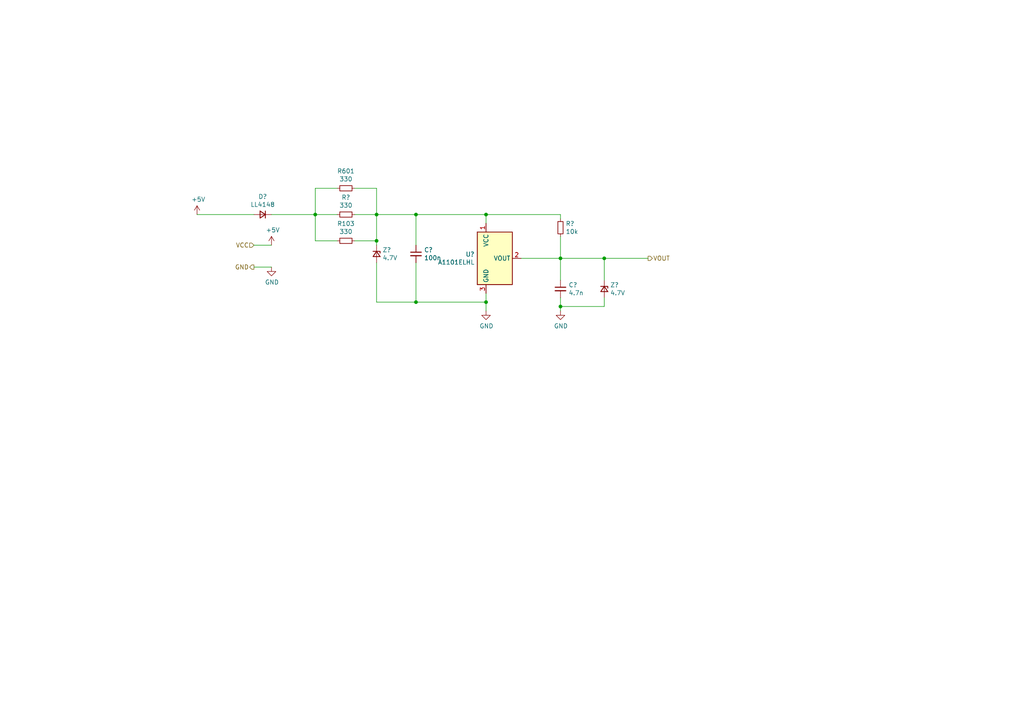
<source format=kicad_sch>
(kicad_sch (version 20231120) (generator "eeschema") (generator_version "8.0")
  (paper "A4")
  (lib_symbols
    (symbol "Device:C_Small" (pin_numbers hide) (pin_names (offset 0.254) hide)
      (property "Reference" "C" (at 0.254 1.778 0))
      (property "Value" "C_Small" (at 0.254 -2.032 0))
      (symbol "C_Small_0_1"
        (polyline (pts (xy -1.524 -0.508) (xy 1.524 -0.508)) (stroke (width 0.3302)))
        (polyline (pts (xy -1.524 0.508) (xy 1.524 0.508)) (stroke (width 0.3048)))
      )
      (symbol "C_Small_1_1"
        (pin passive line (at 0 2.54 270) (length 2.032) (name "~") (number "1"))
        (pin passive line (at 0 -2.54 90) (length 2.032) (name "~") (number "2"))
      )
    )
    (symbol "Device:D_Small" (pin_numbers hide) (pin_names (offset 0.254) hide)
      (property "Reference" "D" (at -1.27 2.032 0))
      (property "Value" "D_Small" (at -3.81 -2.032 0))
      (symbol "D_Small_0_1"
        (polyline (pts (xy -0.762 -1.016) (xy -0.762 1.016)) (stroke (width 0.254)))
        (polyline (pts (xy -0.762 0) (xy 0.762 0)))
        (polyline (pts (xy 0.762 -1.016) (xy -0.762 0) (xy 0.762 1.016) (xy 0.762 -1.016)) (stroke (width 0.254)))
      )
      (symbol "D_Small_1_1"
        (pin passive line (at -2.54 0 0) (length 1.778) (name "K") (number "1"))
        (pin passive line (at 2.54 0 180) (length 1.778) (name "A") (number "2"))
      )
    )
    (symbol "Device:D_Zener_Small" (pin_numbers hide) (pin_names (offset 0.254) hide)
      (property "Reference" "D" (at 0 2.286 0))
      (property "Value" "D_Zener_Small" (at 0 -2.286 0))
      (symbol "D_Zener_Small_0_1"
        (polyline (pts (xy 0.762 0) (xy -0.762 0)))
        (polyline (pts (xy -0.254 1.016) (xy -0.762 1.016) (xy -0.762 -1.016)) (stroke (width 0.254)))
        (polyline (pts (xy 0.762 1.016) (xy -0.762 0) (xy 0.762 -1.016) (xy 0.762 1.016)) (stroke (width 0.254)))
      )
      (symbol "D_Zener_Small_1_1"
        (pin passive line (at -2.54 0 0) (length 1.778) (name "K") (number "1"))
        (pin passive line (at 2.54 0 180) (length 1.778) (name "A") (number "2"))
      )
    )
    (symbol "Device:R_Small" (pin_numbers hide) (pin_names (offset 0.254) hide)
      (property "Reference" "R" (at 0.762 0.508 0))
      (property "Value" "R_Small" (at 0.762 -1.016 0))
      (symbol "R_Small_0_1"
        (rectangle (start -0.762 1.778) (end 0.762 -1.778) (stroke (width 0.2032)))
      )
      (symbol "R_Small_1_1"
        (pin passive line (at 0 2.54 270) (length 0.762) (name "~") (number "1"))
        (pin passive line (at 0 -2.54 90) (length 0.762) (name "~") (number "2"))
      )
    )
    (symbol "Sensor_Magnetic:A1101ELHL"
      (property "Reference" "U" (at 0 11.43 0))
      (property "Value" "A1101ELHL" (at 0 8.89 0))
      (symbol "A1101ELHL_0_1"
        (rectangle (start -5.08 7.62) (end 5.08 -7.62) (stroke (width 0.254)) (fill (type background)))
      )
      (symbol "A1101ELHL_1_1"
        (pin power_in line (at -2.54 10.16 270) (length 2.54) (name "VCC") (number "1"))
        (pin open_collector line (at 7.62 0 180) (length 2.54) (name "VOUT") (number "2"))
        (pin power_in line (at -2.54 -10.16 90) (length 2.54) (name "GND") (number "3"))
      )
    )
    (symbol "basicsensormodule-rescue:+5V-power" (power) (pin_names (offset 0))
      (property "Value" "power_+5V" (at 0 3.556 0))
      (symbol "+5V-power_0_1"
        (polyline (pts (xy -0.762 1.27) (xy 0 2.54)))
        (polyline (pts (xy 0 0) (xy 0 2.54)))
        (polyline (pts (xy 0 2.54) (xy 0.762 1.27)))
      )
      (symbol "+5V-power_1_1"
        (pin power_in line (at 0 0 90) (length 0) hide (name "+5V") (number "1"))
      )
    )
    (symbol "basicsensormodule-rescue:GND-power" (power) (pin_names (offset 0))
      (property "Value" "power_GND" (at 0 -3.81 0))
      (symbol "GND-power_0_1"
        (polyline (pts (xy 0 0) (xy 0 -1.27) (xy 1.27 -1.27) (xy 0 -2.54) (xy -1.27 -1.27) (xy 0 -1.27)))
      )
      (symbol "GND-power_1_1"
        (pin power_in line (at 0 0 270) (length 0) hide (name "GND") (number "1"))
      )
    )
  )
  (junction (at 120.65 62.23))
  (junction (at 91.44 62.23))
  (junction (at 175.26 74.93))
  (junction (at 109.22 69.85))
  (junction (at 140.97 62.23))
  (junction (at 120.65 87.63))
  (junction (at 162.56 74.93))
  (junction (at 109.22 62.23))
  (junction (at 162.56 88.9))
  (junction (at 140.97 87.63))
  (wire (pts (xy 120.65 62.23) (xy 140.97 62.23)))
  (wire (pts (xy 102.87 69.85) (xy 109.22 69.85)))
  (wire (pts (xy 140.97 90.17) (xy 140.97 87.63)))
  (wire (pts (xy 109.22 69.85) (xy 109.22 62.23)))
  (wire (pts (xy 91.44 69.85) (xy 91.44 62.23)))
  (wire (pts (xy 175.26 88.9) (xy 162.56 88.9)))
  (wire (pts (xy 162.56 88.9) (xy 162.56 86.36)))
  (wire (pts (xy 175.26 74.93) (xy 187.96 74.93)))
  (wire (pts (xy 162.56 81.28) (xy 162.56 74.93)))
  (wire (pts (xy 162.56 74.93) (xy 175.26 74.93)))
  (wire (pts (xy 109.22 71.12) (xy 109.22 69.85)))
  (wire (pts (xy 120.65 76.2) (xy 120.65 87.63)))
  (wire (pts (xy 175.26 81.28) (xy 175.26 74.93)))
  (wire (pts (xy 109.22 62.23) (xy 109.22 54.61)))
  (wire (pts (xy 102.87 62.23) (xy 109.22 62.23)))
  (wire (pts (xy 78.74 62.23) (xy 91.44 62.23)))
  (wire (pts (xy 140.97 64.77) (xy 140.97 62.23)))
  (wire (pts (xy 151.13 74.93) (xy 162.56 74.93)))
  (wire (pts (xy 73.66 71.12) (xy 78.74 71.12)))
  (wire (pts (xy 73.66 77.47) (xy 78.74 77.47)))
  (wire (pts (xy 162.56 74.93) (xy 162.56 68.58)))
  (wire (pts (xy 91.44 54.61) (xy 91.44 62.23)))
  (wire (pts (xy 109.22 54.61) (xy 102.87 54.61)))
  (wire (pts (xy 175.26 86.36) (xy 175.26 88.9)))
  (wire (pts (xy 109.22 62.23) (xy 120.65 62.23)))
  (wire (pts (xy 97.79 69.85) (xy 91.44 69.85)))
  (wire (pts (xy 97.79 54.61) (xy 91.44 54.61)))
  (wire (pts (xy 73.66 62.23) (xy 57.15 62.23)))
  (wire (pts (xy 120.65 71.12) (xy 120.65 62.23)))
  (wire (pts (xy 162.56 90.17) (xy 162.56 88.9)))
  (wire (pts (xy 91.44 62.23) (xy 97.79 62.23)))
  (wire (pts (xy 162.56 62.23) (xy 162.56 63.5)))
  (wire (pts (xy 109.22 87.63) (xy 109.22 76.2)))
  (wire (pts (xy 140.97 87.63) (xy 140.97 85.09)))
  (wire (pts (xy 140.97 62.23) (xy 162.56 62.23)))
  (wire (pts (xy 140.97 87.63) (xy 120.65 87.63)))
  (wire (pts (xy 120.65 87.63) (xy 109.22 87.63)))
  (hierarchical_label "VOUT" (shape output) (at 187.96 74.93 0))
  (hierarchical_label "GND" (shape output) (at 73.66 77.47 180))
  (hierarchical_label "VCC" (shape input) (at 73.66 71.12 180))
  (symbol (lib_id "Sensor_Magnetic:A1101ELHL") (at 143.51 74.93 0) (unit 1)
    (property "Reference" "U?" (at 137.668 73.7616 0) (effects (justify right)))
    (property "Value" "A1101ELHL" (at 137.668 76.073 0) (effects (justify right)))
    (property "Footprint" "Package_TO_SOT_SMD:SOT-23" (effects (hide yes)))
    (property "Datasheet" "http://www.allegromicro.com/en/Products/Part_Numbers/1101/1101.pdf" (effects (hide yes)))
    (instances (project "" (path "" (reference "U?") (unit 1)) (path "" (reference "U301") (unit 1))))
  )
  (symbol (lib_id "Device:R_Small") (at 100.33 62.23 270) (unit 1)
    (property "Reference" "R?" (at 100.33 57.2516 90))
    (property "Value" "330" (at 100.33 59.563 90))
    (property "Footprint" "Resistor_SMD:R_0805_2012Metric_Pad1.15x1.40mm_HandSolder" (effects (hide yes)))
    (instances (project "" (path "" (reference "R?") (unit 1)) (path "" (reference "R101") (unit 1))))
  )
  (symbol (lib_id "Device:D_Zener_Small") (at 109.22 73.66 270) (unit 1)
    (property "Reference" "Z?" (at 110.9472 72.4916 90) (effects (justify left)))
    (property "Value" "4.7V" (at 110.9472 74.803 90) (effects (justify left)))
    (property "Footprint" "Diode_SMD:D_MiniMELF_Handsoldering" (effects (hide yes)))
    (instances (project "" (path "" (reference "Z?") (unit 1)) (path "" (reference "Z101") (unit 1))))
  )
  (symbol (lib_id "Device:C_Small") (at 120.65 73.66 0) (unit 1)
    (property "Reference" "C?" (at 122.9868 72.4916 0) (effects (justify left)))
    (property "Value" "100n" (at 122.9868 74.803 0) (effects (justify left)))
    (property "Footprint" "Capacitor_SMD:C_0805_2012Metric_Pad1.15x1.40mm_HandSolder" (effects (hide yes)))
    (instances (project "" (path "" (reference "C?") (unit 1)) (path "" (reference "C101") (unit 1))))
  )
  (symbol (lib_id "Device:R_Small") (at 162.56 66.04 0) (unit 1)
    (property "Reference" "R?" (at 164.0586 64.8716 0) (effects (justify left)))
    (property "Value" "10k" (at 164.0586 67.183 0) (effects (justify left)))
    (property "Footprint" "Resistor_SMD:R_0805_2012Metric_Pad1.15x1.40mm_HandSolder" (effects (hide yes)))
    (instances (project "" (path "" (reference "R?") (unit 1)) (path "" (reference "R102") (unit 1))))
  )
  (symbol (lib_id "Device:D_Small") (at 76.2 62.23 180) (unit 1)
    (property "Reference" "D?" (at 76.2 57.023 0))
    (property "Value" "LL4148" (at 76.2 59.3344 0))
    (property "Footprint" "Diode_SMD:D_MiniMELF_Handsoldering" (effects (hide yes)))
    (instances (project "" (path "" (reference "D?") (unit 1)) (path "" (reference "D101") (unit 1))))
  )
  (symbol (lib_id "basicsensormodule-rescue:GND-power") (at 162.56 90.17 0) (unit 1)
    (property "Reference" "#PWR?" (effects (hide yes)))
    (property "Value" "GND" (at 162.687 94.5642 0))
    (instances (project "" (path "" (reference "#PWR?") (unit 1)) (path "" (reference "#PWR0110") (unit 1))))
  )
  (symbol (lib_id "basicsensormodule-rescue:GND-power") (at 140.97 90.17 0) (unit 1)
    (property "Reference" "#PWR?" (effects (hide yes)))
    (property "Value" "GND" (at 141.097 94.5642 0))
    (instances (project "" (path "" (reference "#PWR?") (unit 1)) (path "" (reference "#PWR0111") (unit 1))))
  )
  (symbol (lib_id "basicsensormodule-rescue:+5V-power") (at 57.15 62.23 0) (unit 1)
    (property "Reference" "#PWR?" (effects (hide yes)))
    (property "Value" "+5V" (at 57.531 57.8358 0))
    (instances (project "" (path "" (reference "#PWR?") (unit 1)) (path "" (reference "#PWR0112") (unit 1))))
  )
  (symbol (lib_id "Device:C_Small") (at 162.56 83.82 0) (unit 1)
    (property "Reference" "C?" (at 164.8968 82.6516 0) (effects (justify left)))
    (property "Value" "4.7n" (at 164.8968 84.963 0) (effects (justify left)))
    (property "Footprint" "Capacitor_SMD:C_0805_2012Metric_Pad1.15x1.40mm_HandSolder" (effects (hide yes)))
    (instances (project "" (path "" (reference "C?") (unit 1)) (path "" (reference "C1") (unit 1))))
  )
  (symbol (lib_id "basicsensormodule-rescue:+5V-power") (at 78.74 71.12 0) (unit 1)
    (property "Reference" "#PWR?" (effects (hide yes)))
    (property "Value" "+5V" (at 79.121 66.7258 0))
    (instances (project "" (path "" (reference "#PWR?") (unit 1)) (path "" (reference "#PWR0113") (unit 1))))
  )
  (symbol (lib_id "basicsensormodule-rescue:GND-power") (at 78.74 77.47 0) (unit 1)
    (property "Reference" "#PWR?" (effects (hide yes)))
    (property "Value" "GND" (at 78.867 81.8642 0))
    (instances (project "" (path "" (reference "#PWR?") (unit 1)) (path "" (reference "#PWR0114") (unit 1))))
  )
  (symbol (lib_id "Device:D_Zener_Small") (at 175.26 83.82 270) (unit 1)
    (property "Reference" "Z?" (at 176.9872 82.6516 90) (effects (justify left)))
    (property "Value" "4.7V" (at 176.9872 84.963 90) (effects (justify left)))
    (property "Footprint" "Diode_SMD:D_MiniMELF_Handsoldering" (effects (hide yes)))
    (instances (project "" (path "" (reference "Z?") (unit 1)) (path "" (reference "Z102") (unit 1))))
  )
  (symbol (lib_id "Device:R_Small") (at 100.33 54.61 270) (unit 1)
    (property "Reference" "R601" (at 100.33 49.6316 90))
    (property "Value" "330" (at 100.33 51.943 90))
    (property "Footprint" "Resistor_SMD:R_0805_2012Metric_Pad1.15x1.40mm_HandSolder" (effects (hide yes)))
  )
  (symbol (lib_id "Device:R_Small") (at 100.33 69.85 270) (unit 1)
    (property "Reference" "R103" (at 100.33 64.8716 90))
    (property "Value" "330" (at 100.33 67.183 90))
    (property "Footprint" "Resistor_SMD:R_0805_2012Metric_Pad1.15x1.40mm_HandSolder" (effects (hide yes)))
  )
)
</source>
